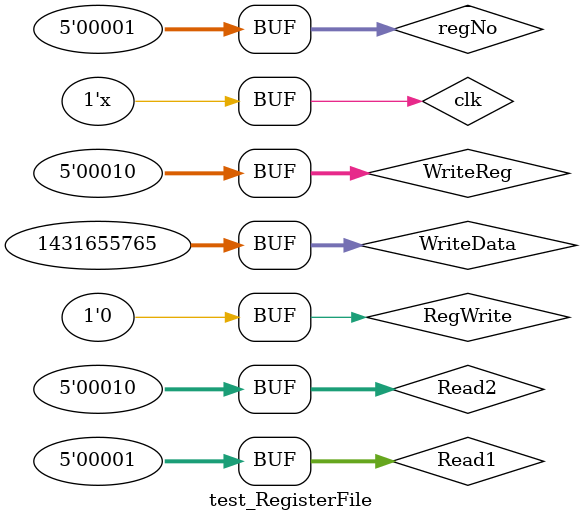
<source format=v>
`timescale 1ns / 1ps

module test_RegisterFile;
  reg [4:0] Read1;
  reg [4:0] Read2;
  reg [4:0] WriteReg;
  reg [31:0] WriteData;
  reg RegWrite;
  wire [31:0] Data1;
  wire [31:0] Data2;
  reg clk;
  reg [4:0] regNo;
  wire [31:0] val;

  RegisterFile u1 (
      .Read1(Read1),
      .Read2(Read2),
      .WriteReg(WriteReg),
      .WriteData(WriteData),
      .RegWrite(RegWrite),
      .Data1(Data1),
      .Data2(Data2),
      .clk(clk),
      .regNo(regNo),
      .val(val)
  );

  always #10 clk = ~clk;

  initial begin
    clk = 1;
    RegWrite = 0;
    Read1 = 0;
    Read2 = 0;
    WriteReg = 0;
    WriteData = 0;
    #10;
    WriteReg  = 5'd1;
    WriteData = 32'hAAAA_AAAA;
    RegWrite  = 1;
    #10;
    RegWrite = 0;
    Read1 = 5'd1;
    #10;
    WriteReg  = 5'd2;
    WriteData = 32'h5555_5555;
    RegWrite  = 1;
    #10;
    RegWrite = 0;
    Read2 = 5'd2;
    #10;
    regNo = 5'd1;
    #10;
  end
endmodule

</source>
